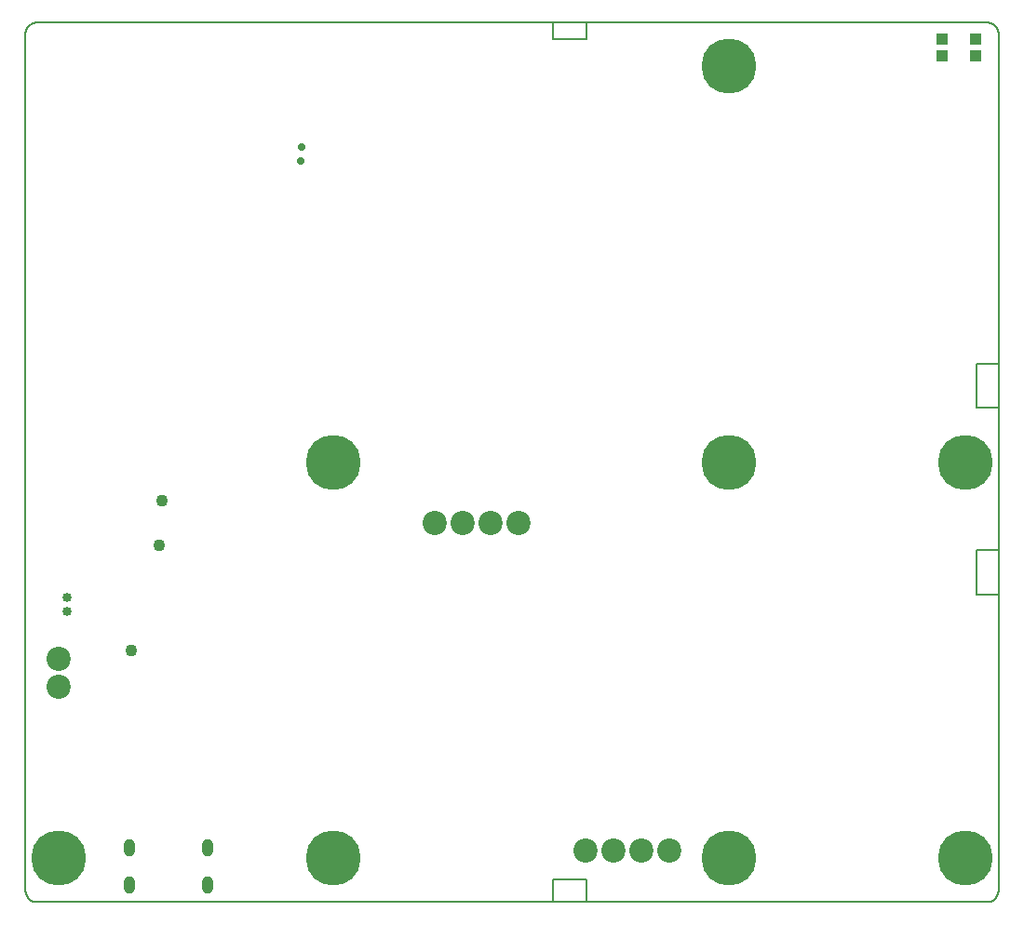
<source format=gbr>
G71*
G90*
G04 Quadcept GERBER*
%MOMM*%
%FSLAX44Y44*%
%ADD10C,0.2*%
%ADD11C,0.7*%
%ADD12C,0.85*%
%ADD13C,1.1*%
%ADD14C,2.2*%
%ADD15C,5*%
%ADD16O,1.05X1.6*%
%ADD17R,1.1X1*%
%ADD18R,1.1X1*%
G54D10*
G01X-280000Y-390000D02*
G01X-279659Y-392588D01*
G01X-279659Y-392588D02*
G01X-278660Y-395000D01*
G01X-278660Y-395000D02*
G01X-277071Y-397071D01*
G01X-277071Y-397071D02*
G01X-275000Y-398660D01*
G01X-275000Y-398660D02*
G01X-272588Y-399659D01*
G01X-272588Y-399659D02*
G01X-270000Y-400000D01*
G01X-270000Y-400000D02*
G01X-270000Y-400000D01*
G01X-270000Y-400000D02*
G01X595000Y-400000D01*
G01X595000Y-400000D02*
G01X597588Y-399659D01*
G01X597588Y-399659D02*
G01X600000Y-398660D01*
G01X600000Y-398660D02*
G01X602071Y-397071D01*
G01X602071Y-397071D02*
G01X603660Y-395000D01*
G01X603660Y-395000D02*
G01X604659Y-392588D01*
G01X604659Y-392588D02*
G01X605000Y-390000D01*
G01X605000Y-390000D02*
G01X605000Y-390000D01*
G01X605000Y-390000D02*
G01X605000Y390000D01*
G01X605000Y390000D02*
G01X604659Y392588D01*
G01X604659Y392588D02*
G01X603660Y395000D01*
G01X603660Y395000D02*
G01X602071Y397071D01*
G01X602071Y397071D02*
G01X600000Y398660D01*
G01X600000Y398660D02*
G01X597588Y399659D01*
G01X597588Y399659D02*
G01X595000Y400000D01*
G01X595000Y400000D02*
G01X595000Y400000D01*
G01X595000Y400000D02*
G01X-270000Y400000D01*
G01X-270000Y400000D02*
G01X-272588Y399659D01*
G01X-272588Y399659D02*
G01X-275000Y398660D01*
G01X-275000Y398660D02*
G01X-277071Y397071D01*
G01X-277071Y397071D02*
G01X-278660Y395000D01*
G01X-278660Y395000D02*
G01X-279659Y392588D01*
G01X-279659Y392588D02*
G01X-280000Y390000D01*
G01X-280000Y390000D02*
G01X-280000Y390000D01*
G01X-280000Y390000D02*
G01X-280000Y-390000D01*
G01X585000Y-120600D02*
G01X605000Y-120600D01*
G01X200000Y-399850D02*
G01X200000Y-379850D01*
G01X200000Y-379850D02*
G01X230000Y-379850D01*
G01X230000Y-379850D02*
G01X230000Y-399850D01*
G01X605000Y-80000D02*
G01X585000Y-80000D01*
G01X585000Y89700D02*
G01X605000Y89700D01*
G01X585000Y49700D02*
G01X585000Y89700D01*
G01X605000Y49700D02*
G01X585000Y49700D01*
G01X230000Y400000D02*
G01X230000Y385200D01*
G01X230000Y385200D02*
G01X200000Y385200D01*
G01X200000Y385200D02*
G01X200000Y400000D01*
G01X585000Y-120300D02*
G01X585000Y-80300D01*
G54D11*
X-30000Y274000D03*
X-29000Y287000D03*
G54D12*
X-242500Y-135850D03*
X-242500Y-123350D03*
G54D13*
X-184000Y-171200D03*
X-158000Y-76000D03*
X-156000Y-35000D03*
G54D14*
X91800Y-54900D03*
X117200Y-54900D03*
X142600Y-54900D03*
X168000Y-54900D03*
X305200Y-353400D03*
X279800Y-353400D03*
X254400Y-353400D03*
X229000Y-353400D03*
X-250100Y-178800D03*
X-250100Y-204200D03*
G54D15*
X360000Y360000D03*
X360000Y0000D03*
X360000Y-360000D03*
X575000Y-360000D03*
X575000Y0000D03*
X0000Y-360000D03*
X-250000Y-360000D03*
X0000Y0000D03*
G54D16*
X-185750Y-350500D03*
X-185750Y-385000D03*
X-114250Y-350500D03*
X-114250Y-385000D03*
G54D17*
X584450Y385000D03*
X584450Y370000D03*
G54D18*
X553950Y370000D03*
X553950Y385000D03*
M02*

</source>
